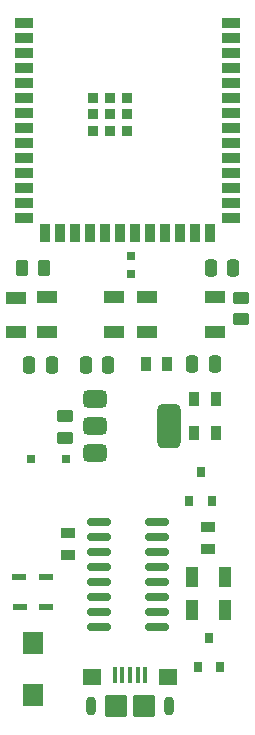
<source format=gbr>
%TF.GenerationSoftware,KiCad,Pcbnew,8.0.8*%
%TF.CreationDate,2025-02-25T12:41:36-05:00*%
%TF.ProjectId,pcb1,70636231-2e6b-4696-9361-645f70636258,rev?*%
%TF.SameCoordinates,Original*%
%TF.FileFunction,Paste,Top*%
%TF.FilePolarity,Positive*%
%FSLAX46Y46*%
G04 Gerber Fmt 4.6, Leading zero omitted, Abs format (unit mm)*
G04 Created by KiCad (PCBNEW 8.0.8) date 2025-02-25 12:41:36*
%MOMM*%
%LPD*%
G01*
G04 APERTURE LIST*
G04 Aperture macros list*
%AMRoundRect*
0 Rectangle with rounded corners*
0 $1 Rounding radius*
0 $2 $3 $4 $5 $6 $7 $8 $9 X,Y pos of 4 corners*
0 Add a 4 corners polygon primitive as box body*
4,1,4,$2,$3,$4,$5,$6,$7,$8,$9,$2,$3,0*
0 Add four circle primitives for the rounded corners*
1,1,$1+$1,$2,$3*
1,1,$1+$1,$4,$5*
1,1,$1+$1,$6,$7*
1,1,$1+$1,$8,$9*
0 Add four rect primitives between the rounded corners*
20,1,$1+$1,$2,$3,$4,$5,0*
20,1,$1+$1,$4,$5,$6,$7,0*
20,1,$1+$1,$6,$7,$8,$9,0*
20,1,$1+$1,$8,$9,$2,$3,0*%
G04 Aperture macros list end*
%ADD10R,1.016000X1.752600*%
%ADD11RoundRect,0.150000X-0.825000X-0.150000X0.825000X-0.150000X0.825000X0.150000X-0.825000X0.150000X0*%
%ADD12R,1.701800X1.879600*%
%ADD13R,0.799998X0.755599*%
%ADD14RoundRect,0.100000X-0.100000X-0.575000X0.100000X-0.575000X0.100000X0.575000X-0.100000X0.575000X0*%
%ADD15O,0.900000X1.600000*%
%ADD16RoundRect,0.250000X-0.550000X-0.450000X0.550000X-0.450000X0.550000X0.450000X-0.550000X0.450000X0*%
%ADD17RoundRect,0.250000X-0.700000X-0.700000X0.700000X-0.700000X0.700000X0.700000X-0.700000X0.700000X0*%
%ADD18RoundRect,0.250000X0.250000X0.475000X-0.250000X0.475000X-0.250000X-0.475000X0.250000X-0.475000X0*%
%ADD19R,0.863600X1.244600*%
%ADD20R,1.701800X0.990600*%
%ADD21R,0.660400X0.914400*%
%ADD22RoundRect,0.250000X0.450000X-0.262500X0.450000X0.262500X-0.450000X0.262500X-0.450000X-0.262500X0*%
%ADD23R,1.752600X1.016000*%
%ADD24RoundRect,0.250000X-0.250000X-0.475000X0.250000X-0.475000X0.250000X0.475000X-0.250000X0.475000X0*%
%ADD25R,0.900000X0.900000*%
%ADD26R,1.500000X0.900000*%
%ADD27R,0.900000X1.500000*%
%ADD28R,1.168400X0.482600*%
%ADD29RoundRect,0.375000X-0.625000X-0.375000X0.625000X-0.375000X0.625000X0.375000X-0.625000X0.375000X0*%
%ADD30RoundRect,0.500000X-0.500000X-1.400000X0.500000X-1.400000X0.500000X1.400000X-0.500000X1.400000X0*%
%ADD31R,1.244600X0.863600*%
%ADD32RoundRect,0.250000X-0.262500X-0.450000X0.262500X-0.450000X0.262500X0.450000X-0.262500X0.450000X0*%
%ADD33R,0.711200X0.787400*%
G04 APERTURE END LIST*
D10*
%TO.C,R3*%
X119583200Y-89763600D03*
X122428000Y-89763600D03*
%TD*%
D11*
%TO.C,U3*%
X111725000Y-82305000D03*
X111725000Y-83575000D03*
X111725000Y-84845000D03*
X111725000Y-86115000D03*
X111725000Y-87385000D03*
X111725000Y-88655000D03*
X111725000Y-89925000D03*
X111725000Y-91195000D03*
X116675000Y-91195000D03*
X116675000Y-89925000D03*
X116675000Y-88655000D03*
X116675000Y-87385000D03*
X116675000Y-86115000D03*
X116675000Y-84845000D03*
X116675000Y-83575000D03*
X116675000Y-82305000D03*
%TD*%
D12*
%TO.C,D3*%
X106172000Y-92583000D03*
X106172000Y-97002600D03*
%TD*%
D13*
%TO.C,R14*%
X114439700Y-59775801D03*
X114439700Y-61331399D03*
%TD*%
D14*
%TO.C,J1*%
X113060000Y-95255000D03*
X113710000Y-95255000D03*
X114360000Y-95255000D03*
X115010000Y-95255000D03*
X115660000Y-95255000D03*
D15*
X111060000Y-97930000D03*
D16*
X111160000Y-95480000D03*
D17*
X113160000Y-97930000D03*
X115560000Y-97930000D03*
D16*
X117560000Y-95480000D03*
D15*
X117660000Y-97930000D03*
%TD*%
D18*
%TO.C,C5*%
X112500000Y-69000000D03*
X110600000Y-69000000D03*
%TD*%
D19*
%TO.C,C8*%
X115684300Y-68985000D03*
X117538500Y-68985000D03*
%TD*%
D20*
%TO.C,SW2*%
X113026300Y-66270000D03*
X107311300Y-66270000D03*
X113026300Y-63270000D03*
X107311300Y-63270000D03*
%TD*%
D21*
%TO.C,Q2*%
X120099998Y-94615000D03*
X122000000Y-94615000D03*
X121049999Y-92125800D03*
%TD*%
D22*
%TO.C,R1*%
X123757800Y-65174500D03*
X123757800Y-63349500D03*
%TD*%
D19*
%TO.C,C1*%
X119773700Y-71932800D03*
X121627900Y-71932800D03*
%TD*%
D10*
%TO.C,R4*%
X119583200Y-87020400D03*
X122428000Y-87020400D03*
%TD*%
D19*
%TO.C,C2*%
X119772900Y-74800000D03*
X121627100Y-74800000D03*
%TD*%
D23*
%TO.C,R15*%
X104749600Y-66243200D03*
X104749600Y-63398400D03*
%TD*%
D22*
%TO.C,R13*%
X108900000Y-75212500D03*
X108900000Y-73387500D03*
%TD*%
D24*
%TO.C,C9*%
X121211300Y-60857000D03*
X123111300Y-60857000D03*
%TD*%
D20*
%TO.C,SW1*%
X115811300Y-63270000D03*
X121526300Y-63270000D03*
X115811300Y-66270000D03*
X121526300Y-66270000D03*
%TD*%
D18*
%TO.C,C10*%
X107750000Y-69000000D03*
X105850000Y-69000000D03*
%TD*%
D25*
%TO.C,U1*%
X111273000Y-46399000D03*
X111273000Y-47799000D03*
X111273000Y-49199000D03*
X112673000Y-46399000D03*
X112673000Y-47799000D03*
X112673000Y-49199000D03*
X114073000Y-46399000D03*
X114073000Y-47799000D03*
X114073000Y-49199000D03*
D26*
X105423000Y-40079000D03*
X105423000Y-41349000D03*
X105423000Y-42619000D03*
X105423000Y-43889000D03*
X105423000Y-45159000D03*
X105423000Y-46429000D03*
X105423000Y-47699000D03*
X105423000Y-48969000D03*
X105423000Y-50239000D03*
X105423000Y-51509000D03*
X105423000Y-52779000D03*
X105423000Y-54049000D03*
X105423000Y-55319000D03*
X105423000Y-56589000D03*
D27*
X107188000Y-57839000D03*
X108458000Y-57839000D03*
X109728000Y-57839000D03*
X110998000Y-57839000D03*
X112268000Y-57839000D03*
X113538000Y-57839000D03*
X114808000Y-57839000D03*
X116078000Y-57839000D03*
X117348000Y-57839000D03*
X118618000Y-57839000D03*
X119888000Y-57839000D03*
X121158000Y-57839000D03*
D26*
X122923000Y-56589000D03*
X122923000Y-55319000D03*
X122923000Y-54049000D03*
X122923000Y-52779000D03*
X122923000Y-51509000D03*
X122923000Y-50239000D03*
X122923000Y-48969000D03*
X122923000Y-47699000D03*
X122923000Y-46429000D03*
X122923000Y-45159000D03*
X122923000Y-43889000D03*
X122923000Y-42619000D03*
X122923000Y-41349000D03*
X122923000Y-40079000D03*
%TD*%
D28*
%TO.C,D4*%
X107238800Y-87020400D03*
X105003600Y-87020400D03*
%TD*%
D29*
%TO.C,U2*%
X111400000Y-71900000D03*
X111400000Y-74200000D03*
D30*
X117700000Y-74200000D03*
D29*
X111400000Y-76500000D03*
%TD*%
D31*
%TO.C,C6*%
X109093000Y-85128100D03*
X109093000Y-83273900D03*
%TD*%
D28*
%TO.C,D2*%
X107289600Y-89509600D03*
X105054400Y-89509600D03*
%TD*%
D21*
%TO.C,Q1*%
X119395199Y-80543400D03*
X121295201Y-80543400D03*
X120345200Y-78054200D03*
%TD*%
D32*
%TO.C,R2*%
X105246800Y-60857000D03*
X107071800Y-60857000D03*
%TD*%
D24*
%TO.C,C4*%
X119632800Y-68961000D03*
X121532800Y-68961000D03*
%TD*%
D33*
%TO.C,D5*%
X105989500Y-77035700D03*
X108910500Y-77035700D03*
%TD*%
D31*
%TO.C,C3*%
X120954800Y-82791300D03*
X120954800Y-84645500D03*
%TD*%
M02*

</source>
